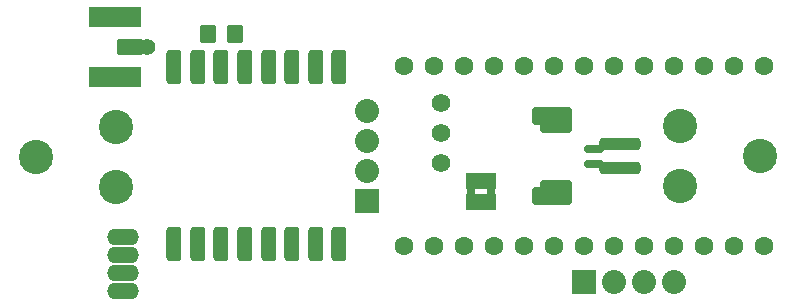
<source format=gbr>
%TF.GenerationSoftware,KiCad,Pcbnew,8.0.5*%
%TF.CreationDate,2024-11-26T22:05:53-06:00*%
%TF.ProjectId,Mini-Lora,4d696e69-2d4c-46f7-9261-2e6b69636164,rev?*%
%TF.SameCoordinates,Original*%
%TF.FileFunction,Soldermask,Bot*%
%TF.FilePolarity,Negative*%
%FSLAX46Y46*%
G04 Gerber Fmt 4.6, Leading zero omitted, Abs format (unit mm)*
G04 Created by KiCad (PCBNEW 8.0.5) date 2024-11-26 22:05:53*
%MOMM*%
%LPD*%
G01*
G04 APERTURE LIST*
G04 Aperture macros list*
%AMRoundRect*
0 Rectangle with rounded corners*
0 $1 Rounding radius*
0 $2 $3 $4 $5 $6 $7 $8 $9 X,Y pos of 4 corners*
0 Add a 4 corners polygon primitive as box body*
4,1,4,$2,$3,$4,$5,$6,$7,$8,$9,$2,$3,0*
0 Add four circle primitives for the rounded corners*
1,1,$1+$1,$2,$3*
1,1,$1+$1,$4,$5*
1,1,$1+$1,$6,$7*
1,1,$1+$1,$8,$9*
0 Add four rect primitives between the rounded corners*
20,1,$1+$1,$2,$3,$4,$5,0*
20,1,$1+$1,$4,$5,$6,$7,0*
20,1,$1+$1,$6,$7,$8,$9,0*
20,1,$1+$1,$8,$9,$2,$3,0*%
G04 Aperture macros list end*
%ADD10RoundRect,0.076200X-0.939800X-0.939800X0.939800X-0.939800X0.939800X0.939800X-0.939800X0.939800X0*%
%ADD11C,2.032000*%
%ADD12RoundRect,0.076200X-0.240000X-0.260000X0.240000X-0.260000X0.240000X0.260000X-0.240000X0.260000X0*%
%ADD13RoundRect,0.076200X-0.317500X-0.635000X0.317500X-0.635000X0.317500X0.635000X-0.317500X0.635000X0*%
%ADD14RoundRect,0.076200X-0.175000X-0.172500X0.175000X-0.172500X0.175000X0.172500X-0.175000X0.172500X0*%
%ADD15RoundRect,0.076200X-0.150000X-0.170000X0.150000X-0.170000X0.150000X0.170000X-0.150000X0.170000X0*%
%ADD16RoundRect,0.076200X-0.238750X-0.260000X0.238750X-0.260000X0.238750X0.260000X-0.238750X0.260000X0*%
%ADD17C,2.895600*%
%ADD18C,1.600000*%
%ADD19C,1.574800*%
%ADD20RoundRect,0.150000X0.700000X-0.150000X0.700000X0.150000X-0.700000X0.150000X-0.700000X-0.150000X0*%
%ADD21RoundRect,0.250000X1.100000X-0.250000X1.100000X0.250000X-1.100000X0.250000X-1.100000X-0.250000X0*%
%ADD22RoundRect,0.250000X1.500000X-0.250000X1.500000X0.250000X-1.500000X0.250000X-1.500000X-0.250000X0*%
%ADD23RoundRect,0.250001X1.449999X-0.499999X1.449999X0.499999X-1.449999X0.499999X-1.449999X-0.499999X0*%
%ADD24O,2.692400X1.422400*%
%ADD25C,1.422400*%
%ADD26RoundRect,0.064770X1.027430X0.582930X-1.027430X0.582930X-1.027430X-0.582930X1.027430X-0.582930X0*%
%ADD27RoundRect,0.076200X-2.159000X-0.762000X2.159000X-0.762000X2.159000X0.762000X-2.159000X0.762000X0*%
%ADD28RoundRect,0.076200X0.939800X-0.939800X0.939800X0.939800X-0.939800X0.939800X-0.939800X-0.939800X0*%
%ADD29RoundRect,0.076200X-0.577800X-0.650000X0.577800X-0.650000X0.577800X0.650000X-0.577800X0.650000X0*%
%ADD30RoundRect,0.317500X0.317500X-1.157500X0.317500X1.157500X-0.317500X1.157500X-0.317500X-1.157500X0*%
G04 APERTURE END LIST*
D10*
%TO.C,I2C1*%
X164388800Y-115620800D03*
D11*
X166935150Y-115633500D03*
X169475150Y-115620800D03*
X172015150Y-115633500D03*
%TD*%
D12*
%TO.C,U$1*%
X154793700Y-107961000D03*
D13*
X154797400Y-108850000D03*
X154797400Y-107072000D03*
D14*
X155248700Y-107073500D03*
D13*
X155673700Y-107072000D03*
X155673700Y-108850000D03*
D15*
X156123700Y-108851000D03*
D16*
X156544950Y-107961000D03*
D13*
X156550000Y-108850000D03*
X156550000Y-107072000D03*
%TD*%
D17*
%TO.C,BAT3*%
X124750000Y-107580000D03*
X124750000Y-102500000D03*
X118002000Y-105040000D03*
X179258000Y-105020000D03*
X172510000Y-107560000D03*
X172510000Y-102480000D03*
%TD*%
D18*
%TO.C,MOD1*%
X179650000Y-97400000D03*
X177110000Y-97400000D03*
X174570000Y-97400000D03*
X172030000Y-97400000D03*
X169490000Y-97400000D03*
X166950000Y-97400000D03*
X164410000Y-97400000D03*
X161870000Y-97400000D03*
X159330000Y-97400000D03*
X156790000Y-97400000D03*
X154250000Y-97400000D03*
X151710000Y-97400000D03*
X149170000Y-97400000D03*
X149170010Y-112640010D03*
X151710010Y-112640010D03*
X154250010Y-112640010D03*
X156790010Y-112640010D03*
X159330010Y-112640010D03*
X161870010Y-112640010D03*
X164410010Y-112640010D03*
X166950010Y-112640010D03*
X169490010Y-112640010D03*
X172030010Y-112640010D03*
X174570010Y-112640010D03*
X177110010Y-112640010D03*
X179650010Y-112640010D03*
D19*
X152264800Y-100480000D03*
X152264800Y-103020000D03*
X152264800Y-105560000D03*
%TD*%
D20*
%TO.C,J2*%
X165250000Y-105650000D03*
X165250000Y-104400000D03*
D21*
X162050000Y-107500000D03*
X162050000Y-102550000D03*
%TD*%
D22*
%TO.C,J1*%
X167450000Y-106000000D03*
X167450000Y-104000000D03*
D23*
X161700000Y-108350000D03*
X161700000Y-101650000D03*
%TD*%
D24*
%TO.C,RGB0*%
X125381800Y-111876000D03*
X125350000Y-113400000D03*
X125381800Y-114924000D03*
X125350000Y-116448000D03*
%TD*%
D25*
%TO.C,J$2*%
X127430500Y-95740000D03*
D26*
X125939250Y-95740000D03*
D27*
X124700000Y-98280000D03*
X124700000Y-93200000D03*
%TD*%
D28*
%TO.C,I2C0*%
X145987300Y-108826350D03*
D11*
X146000000Y-106280000D03*
X145987300Y-103740000D03*
X146000000Y-101200000D03*
%TD*%
D29*
%TO.C,C2*%
X132573000Y-94650000D03*
X134827000Y-94650000D03*
%TD*%
D30*
%TO.C,U1*%
X143689915Y-112467894D03*
X141689915Y-112467894D03*
X139689915Y-112467894D03*
X137689915Y-112467894D03*
X135689915Y-112467894D03*
X133689915Y-112467894D03*
X131689915Y-112467894D03*
X129689915Y-112467894D03*
X129689915Y-97417894D03*
X131689915Y-97417894D03*
X133689915Y-97417894D03*
X135689915Y-97417894D03*
X137689915Y-97417894D03*
X139689915Y-97417894D03*
X141689915Y-97417894D03*
X143689915Y-97417894D03*
%TD*%
M02*

</source>
